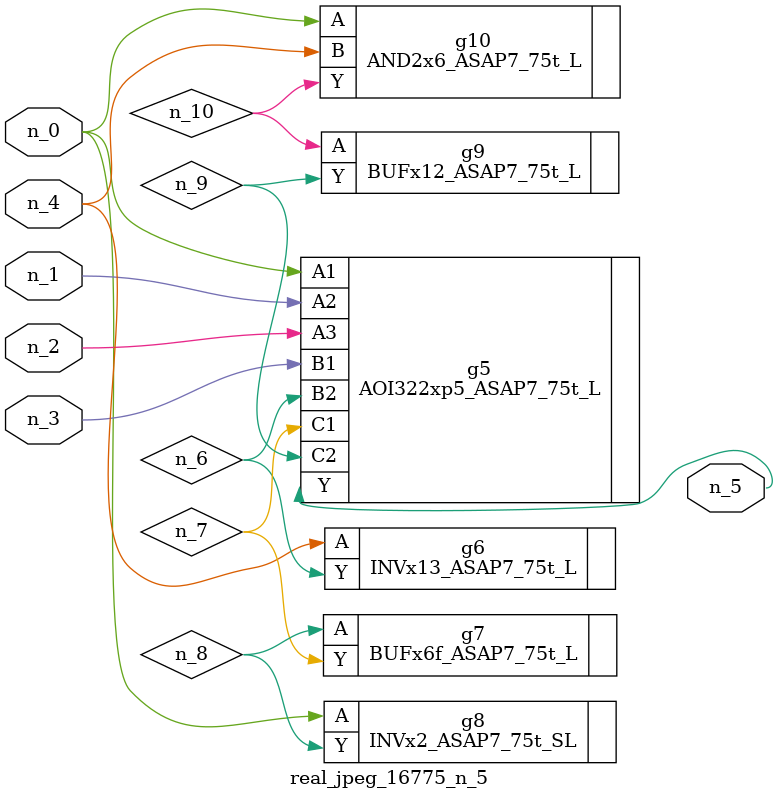
<source format=v>
module real_jpeg_16775_n_5 (n_4, n_0, n_1, n_2, n_3, n_5);

input n_4;
input n_0;
input n_1;
input n_2;
input n_3;

output n_5;

wire n_8;
wire n_6;
wire n_7;
wire n_10;
wire n_9;

AOI322xp5_ASAP7_75t_L g5 ( 
.A1(n_0),
.A2(n_1),
.A3(n_2),
.B1(n_3),
.B2(n_6),
.C1(n_7),
.C2(n_9),
.Y(n_5)
);

INVx2_ASAP7_75t_SL g8 ( 
.A(n_0),
.Y(n_8)
);

AND2x6_ASAP7_75t_L g10 ( 
.A(n_0),
.B(n_4),
.Y(n_10)
);

INVx13_ASAP7_75t_L g6 ( 
.A(n_4),
.Y(n_6)
);

BUFx6f_ASAP7_75t_L g7 ( 
.A(n_8),
.Y(n_7)
);

BUFx12_ASAP7_75t_L g9 ( 
.A(n_10),
.Y(n_9)
);


endmodule
</source>
